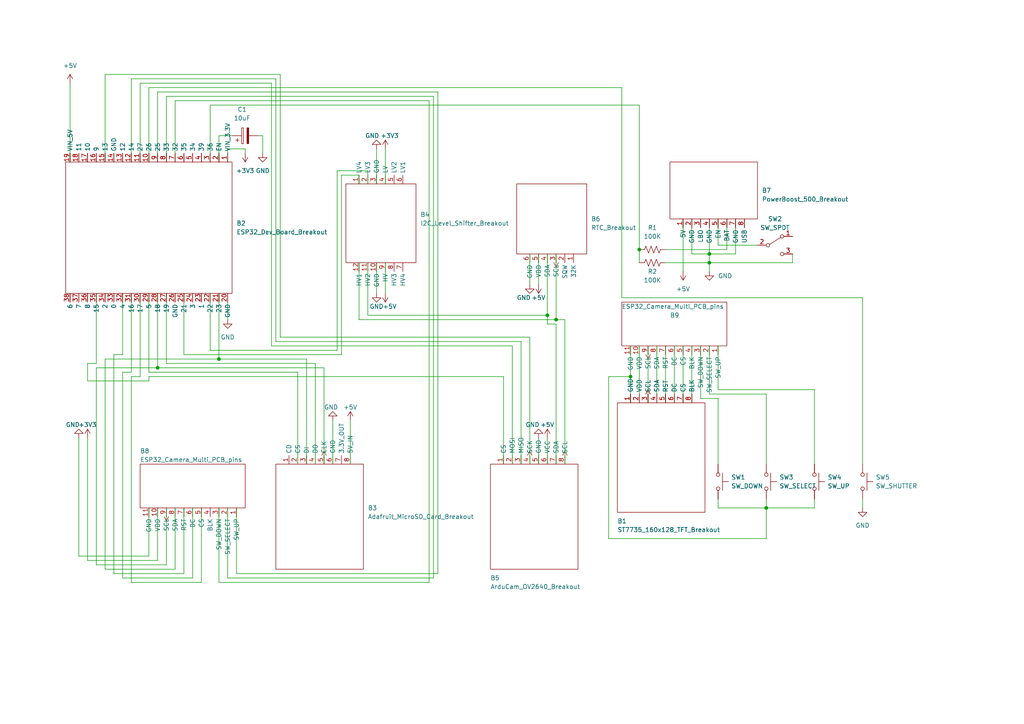
<source format=kicad_sch>
(kicad_sch (version 20211123) (generator eeschema)
  (paper "A4")
  (title_block (title "ESP32 Camera") (date "2023-01-31") (rev "Revision 1") (comment 1 "Using breakout modules"))
  (lib_symbols
    (symbol "Breakout board symbols:Adafruit_MicroSD_Card_Breakout"
      (property "Reference" "B" (at 0 0 0))
      (property "Value" "Adafruit_MicroSD_Card_Breakout" (at 0 -2.54 0))
      (symbol "Adafruit_MicroSD_Card_Breakout_0_1"
        (rectangle (start -12.7 15.24) (end 12.7 -15.24))
      )
      (symbol "Adafruit_MicroSD_Card_Breakout_1_1"
        (pin input line (at -8.89 15.24 90) (length 2.54) (name "CD") (number "1"))
        (pin input line (at -6.35 15.24 90) (length 2.54) (name "CS") (number "2"))
        (pin tri_state line (at -3.81 15.24 90) (length 2.54) (name "DI") (number "3"))
        (pin tri_state line (at -1.27 15.24 90) (length 2.54) (name "DO") (number "4"))
        (pin input clock (at 1.27 15.24 90) (length 2.54) (name "CLK") (number "5"))
        (pin power_in line (at 3.81 15.24 90) (length 2.54) (name "GND") (number "6"))
        (pin power_out line (at 6.35 15.24 90) (length 2.54) (name "3.3V_OUT") (number "7"))
        (pin power_in line (at 8.89 15.24 90) (length 2.54) (name "5V_IN") (number "8"))
      )
    )
    (symbol "Breakout board symbols:ArduCam_OV2640_Breakout"
      (property "Reference" "B" (at 0 0 0))
      (property "Value" "ArduCam_OV2640_Breakout" (at 0 -2.54 0))
      (symbol "ArduCam_OV2640_Breakout_0_1"
        (rectangle (start -12.7 15.24) (end 12.7 -15.24))
      )
      (symbol "ArduCam_OV2640_Breakout_1_1"
        (pin input line (at -8.89 15.24 90) (length 2.54) (name "CS") (number "1"))
        (pin input line (at -6.35 15.24 90) (length 2.54) (name "MOSI") (number "2"))
        (pin output line (at -3.81 15.24 90) (length 2.54) (name "MISO") (number "3"))
        (pin input clock (at -1.27 15.24 90) (length 2.54) (name "SCK") (number "4"))
        (pin power_in line (at 1.27 15.24 90) (length 2.54) (name "GND") (number "5"))
        (pin power_in line (at 3.81 15.24 90) (length 2.54) (name "VCC") (number "6"))
        (pin bidirectional line (at 6.35 15.24 90) (length 2.54) (name "SDA") (number "7"))
        (pin bidirectional clock (at 8.89 15.24 90) (length 2.54) (name "SCL") (number "8"))
      )
    )
    (symbol "Breakout board symbols:ESP32_Camera_Multi_PCB_pins"
      (property "Reference" "B?" (at 1.27 -2.54 0))
      (property "Value" "ESP32_Camera_Multi_PCB_pins" (at 15.24 -5.08 0))
      (symbol "ESP32_Camera_Multi_PCB_pins_0_1"
        (rectangle (start -15.24 6.35) (end 15.24 -6.35))
      )
      (symbol "ESP32_Camera_Multi_PCB_pins_1_1"
        (pin bidirectional line (at -12.7 6.35 90) (length 2.54) (name "SW_UP") (number "1"))
        (pin power_in line (at 10.16 6.35 90) (length 2.54) (name "VDD") (number "10"))
        (pin power_in line (at 12.7 6.35 90) (length 2.54) (name "GND") (number "11"))
        (pin bidirectional line (at -10.16 6.35 90) (length 2.54) (name "SW_SELECT") (number "2"))
        (pin bidirectional line (at -7.62 6.35 90) (length 2.54) (name "SW_DOWN") (number "3"))
        (pin input line (at -5.08 6.35 90) (length 2.54) (name "BLK") (number "4"))
        (pin input line (at -2.54 6.35 90) (length 2.54) (name "CS") (number "5"))
        (pin input line (at 0 6.35 90) (length 2.54) (name "DC") (number "6"))
        (pin input line (at 2.54 6.35 90) (length 2.54) (name "RST") (number "7"))
        (pin tri_state line (at 5.08 6.35 90) (length 2.54) (name "SDA") (number "8"))
        (pin input clock (at 7.62 6.35 90) (length 2.54) (name "SCL") (number "9"))
      )
    )
    (symbol "Breakout board symbols:ESP32_Dev_Board_Breakout"
      (property "Reference" "B" (at 0 12.7 0))
      (property "Value" "ESP32_Dev_Board_Breakout" (at 0 10.16 0))
      (symbol "ESP32_Dev_Board_Breakout_0_1"
        (rectangle (start -19.05 24.13) (end 19.05 -24.13))
        (rectangle (start 19.05 0) (end 19.05 0))
      )
      (symbol "ESP32_Dev_Board_Breakout_1_1"
        (pin power_in line (at -19.05 22.86 180) (length 2.54) (name "VIN_3.3V") (number "1"))
        (pin bidirectional line (at -19.05 0 180) (length 2.54) (name "26") (number "10"))
        (pin bidirectional line (at -19.05 -2.54 180) (length 2.54) (name "27") (number "11"))
        (pin bidirectional line (at -19.05 -5.08 180) (length 2.54) (name "14") (number "12"))
        (pin bidirectional line (at -19.05 -7.62 180) (length 2.54) (name "12") (number "13"))
        (pin power_in line (at -19.05 -10.16 180) (length 2.54) (name "GND") (number "14"))
        (pin bidirectional line (at -19.05 -12.7 180) (length 2.54) (name "13") (number "15"))
        (pin output line (at -19.05 -15.24 180) (length 2.54) (name "9") (number "16"))
        (pin output line (at -19.05 -17.78 180) (length 2.54) (name "10") (number "17"))
        (pin output line (at -19.05 -20.32 180) (length 2.54) (name "11") (number "18"))
        (pin power_in line (at -19.05 -22.86 180) (length 2.54) (name "VIN_5V") (number "19"))
        (pin bidirectional line (at -19.05 20.32 180) (length 2.54) (name "EN") (number "2"))
        (pin power_in line (at 19.05 22.86 0) (length 2.54) (name "GND") (number "20"))
        (pin bidirectional line (at 19.05 20.32 0) (length 2.54) (name "23") (number "21"))
        (pin bidirectional line (at 19.05 17.78 0) (length 2.54) (name "22") (number "22"))
        (pin bidirectional line (at 19.05 15.24 0) (length 2.54) (name "1") (number "23"))
        (pin bidirectional line (at 19.05 12.7 0) (length 2.54) (name "3") (number "24"))
        (pin bidirectional line (at 19.05 10.16 0) (length 2.54) (name "21") (number "25"))
        (pin power_in line (at 19.05 7.62 0) (length 2.54) (name "GND") (number "26"))
        (pin bidirectional line (at 19.05 5.08 0) (length 2.54) (name "19") (number "27"))
        (pin bidirectional line (at 19.05 2.54 0) (length 2.54) (name "18") (number "28"))
        (pin bidirectional line (at 19.05 0 0) (length 2.54) (name "5") (number "29"))
        (pin bidirectional line (at -19.05 17.78 180) (length 2.54) (name "36") (number "3"))
        (pin bidirectional line (at 19.05 -2.54 0) (length 2.54) (name "17") (number "30"))
        (pin bidirectional line (at 19.05 -5.08 0) (length 2.54) (name "16") (number "31"))
        (pin bidirectional line (at 19.05 -7.62 0) (length 2.54) (name "4") (number "32"))
        (pin bidirectional line (at 19.05 -10.16 0) (length 2.54) (name "0") (number "33"))
        (pin bidirectional line (at 19.05 -12.7 0) (length 2.54) (name "2") (number "34"))
        (pin bidirectional line (at 19.05 -15.24 0) (length 2.54) (name "15") (number "35"))
        (pin output line (at 19.05 -17.78 0) (length 2.54) (name "8") (number "36"))
        (pin output line (at 19.05 -20.32 0) (length 2.54) (name "7") (number "37"))
        (pin output line (at 19.05 -22.86 0) (length 2.54) (name "6") (number "38"))
        (pin bidirectional line (at -19.05 15.24 180) (length 2.54) (name "39") (number "4"))
        (pin bidirectional line (at -19.05 12.7 180) (length 2.54) (name "34") (number "5"))
        (pin bidirectional line (at -19.05 10.16 180) (length 2.54) (name "35") (number "6"))
        (pin bidirectional line (at -19.05 7.62 180) (length 2.54) (name "32") (number "7"))
        (pin bidirectional line (at -19.05 5.08 180) (length 2.54) (name "33") (number "8"))
        (pin bidirectional line (at -19.05 2.54 180) (length 2.54) (name "25") (number "9"))
      )
    )
    (symbol "Breakout board symbols:I2C_Level_Shifter_Breakout"
      (property "Reference" "B4" (at 11.43 3.8101 0))
      (property "Value" "I2C_Level_Shifter_Breakout" (at 11.43 1.2701 0))
      (symbol "I2C_Level_Shifter_Breakout_0_1"
        (rectangle (start -10.16 12.7) (end 10.16 -10.16))
      )
      (symbol "I2C_Level_Shifter_Breakout_1_1"
        (pin bidirectional line (at -6.35 12.7 90) (length 2.54) (name "LV4") (number "1"))
        (pin power_in line (at -1.27 -10.16 270) (length 2.54) (name "GND") (number "10"))
        (pin bidirectional line (at -3.81 -10.16 270) (length 2.54) (name "HV2") (number "11"))
        (pin bidirectional line (at -6.35 -10.16 270) (length 2.54) (name "HV1") (number "12"))
        (pin bidirectional line (at -3.81 12.7 90) (length 2.54) (name "LV3") (number "2"))
        (pin power_in line (at -1.27 12.7 90) (length 2.54) (name "GND") (number "3"))
        (pin power_in line (at 1.27 12.7 90) (length 2.54) (name "LV") (number "4"))
        (pin bidirectional line (at 3.81 12.7 90) (length 2.54) (name "LV2") (number "5"))
        (pin bidirectional line (at 6.35 12.7 90) (length 2.54) (name "LV1") (number "6"))
        (pin bidirectional line (at 6.35 -10.16 270) (length 2.54) (name "HV4") (number "7"))
        (pin bidirectional line (at 3.81 -10.16 270) (length 2.54) (name "HV3") (number "8"))
        (pin power_in line (at 1.27 -10.16 270) (length 2.54) (name "HV") (number "9"))
      )
    )
    (symbol "Breakout board symbols:PowerBoost_500_Breakout"
      (property "Reference" "B" (at 0 7.62 0))
      (property "Value" "PowerBoost_500_Breakout" (at 0 5.08 0))
      (symbol "PowerBoost_500_Breakout_0_1"
        (rectangle (start -12.7 8.89) (end 12.7 -7.62))
      )
      (symbol "PowerBoost_500_Breakout_1_1"
        (pin power_out line (at -8.89 -7.62 270) (length 2.54) (name "5V") (number "1"))
        (pin power_out line (at -6.35 -7.62 270) (length 2.54) (name "GND") (number "2"))
        (pin output line (at -3.81 -7.62 270) (length 2.54) (name "LBO") (number "3"))
        (pin power_out line (at -1.27 -7.62 270) (length 2.54) (name "GND") (number "4"))
        (pin input line (at 1.27 -7.62 270) (length 2.54) (name "EN") (number "5"))
        (pin power_out line (at 3.81 -7.62 270) (length 2.54) (name "BAT") (number "6"))
        (pin power_out line (at 6.35 -7.62 270) (length 2.54) (name "GND") (number "7"))
        (pin power_out line (at 8.89 -7.62 270) (length 2.54) (name "USB") (number "8"))
      )
    )
    (symbol "Breakout board symbols:RTC_Breakout"
      (property "Reference" "B" (at 0 -1.27 0))
      (property "Value" "RTC_Breakout" (at 0 -3.81 0))
      (symbol "RTC_Breakout_0_1"
        (rectangle (start -10.16 10.16) (end 10.16 -10.16))
      )
      (symbol "RTC_Breakout_1_1"
        (pin output line (at -6.35 10.16 90) (length 2.54) (name "32K") (number "1"))
        (pin output line (at -3.81 10.16 90) (length 2.54) (name "SQW") (number "2"))
        (pin bidirectional clock (at -1.27 10.16 90) (length 2.54) (name "SCL") (number "3"))
        (pin bidirectional line (at 1.27 10.16 90) (length 2.54) (name "SDA") (number "4"))
        (pin power_in line (at 3.81 10.16 90) (length 2.54) (name "VDD") (number "5"))
        (pin power_in line (at 6.35 10.16 90) (length 2.54) (name "GND") (number "6"))
      )
    )
    (symbol "Breakout board symbols:ST7735_160x128_TFT_Breakout"
      (property "Reference" "B" (at 0 7.62 0))
      (property "Value" "ST7735_160x128_TFT_Breakout" (at 0 5.08 0))
      (symbol "ST7735_160x128_TFT_Breakout_0_1"
        (rectangle (start -12.7 17.78) (end 12.7 -13.97))
      )
      (symbol "ST7735_160x128_TFT_Breakout_1_1"
        (pin power_in line (at -8.89 17.78 90) (length 2.54) (name "GND") (number "1"))
        (pin power_in line (at -6.35 17.78 90) (length 2.54) (name "VDD") (number "2"))
        (pin input clock (at -3.81 17.78 90) (length 2.54) (name "SCL") (number "3"))
        (pin tri_state line (at -1.27 17.78 90) (length 2.54) (name "SDA") (number "4"))
        (pin input line (at 1.27 17.78 90) (length 2.54) (name "RST") (number "5"))
        (pin input line (at 3.81 17.78 90) (length 2.54) (name "DC") (number "6"))
        (pin input line (at 6.35 17.78 90) (length 2.54) (name "CS") (number "7"))
        (pin input line (at 8.89 17.78 90) (length 2.54) (name "BLK") (number "8"))
      )
    )
    (symbol "Device:C_Polarized" (pin_numbers hide) (pin_names (offset 0.254))
      (property "Reference" "C" (at 0.635 2.54 0))
      (property "Value" "C_Polarized" (at 0.635 -2.54 0))
      (symbol "C_Polarized_0_1"
        (rectangle (start -2.286 0.508) (end 2.286 1.016))
        (polyline (pts (xy -1.778 2.286) (xy -0.762 2.286)))
        (polyline (pts (xy -1.27 2.794) (xy -1.27 1.778)))
        (rectangle (start 2.286 -0.508) (end -2.286 -1.016) (fill (type outline)))
      )
      (symbol "C_Polarized_1_1"
        (pin passive line (at 0 3.81 270) (length 2.794) (name "~") (number "1"))
        (pin passive line (at 0 -3.81 90) (length 2.794) (name "~") (number "2"))
      )
    )
    (symbol "Device:R_US" (pin_numbers hide) (pin_names (offset 0))
      (property "Reference" "R" (at 2.54 0 90))
      (property "Value" "R_US" (at -2.54 0 90))
      (symbol "R_US_0_1"
        (polyline (pts (xy 0 -2.286) (xy 0 -2.54)))
        (polyline (pts (xy 0 2.286) (xy 0 2.54)))
        (polyline (pts (xy 0 -0.762) (xy 1.016 -1.143) (xy 0 -1.524) (xy -1.016 -1.905) (xy 0 -2.286)))
        (polyline (pts (xy 0 0.762) (xy 1.016 0.381) (xy 0 0) (xy -1.016 -0.381) (xy 0 -0.762)))
        (polyline (pts (xy 0 2.286) (xy 1.016 1.905) (xy 0 1.524) (xy -1.016 1.143) (xy 0 0.762)))
      )
      (symbol "R_US_1_1"
        (pin passive line (at 0 3.81 270) (length 1.27) (name "~") (number "1"))
        (pin passive line (at 0 -3.81 90) (length 1.27) (name "~") (number "2"))
      )
    )
    (symbol "Switch:SW_Push" (pin_numbers hide) (pin_names (offset 1.016) hide)
      (property "Reference" "SW" (at 1.27 2.54 0))
      (property "Value" "SW_Push" (at 0 -1.524 0))
      (symbol "SW_Push_0_1"
        (circle (center -2.032 0) (radius 0.508))
        (polyline (pts (xy 0 1.27) (xy 0 3.048)))
        (polyline (pts (xy 2.54 1.27) (xy -2.54 1.27)))
        (circle (center 2.032 0) (radius 0.508))
        (pin passive line (at -5.08 0 0) (length 2.54) (name "1") (number "1"))
        (pin passive line (at 5.08 0 180) (length 2.54) (name "2") (number "2"))
      )
    )
    (symbol "Switch:SW_SPDT" (pin_names (offset 0) hide)
      (property "Reference" "SW" (at 0 4.318 0))
      (property "Value" "SW_SPDT" (at 0 -5.08 0))
      (symbol "SW_SPDT_0_0"
        (circle (center -2.032 0) (radius 0.508))
        (circle (center 2.032 -2.54) (radius 0.508))
      )
      (symbol "SW_SPDT_0_1"
        (polyline (pts (xy -1.524 0.254) (xy 1.651 2.286)))
        (circle (center 2.032 2.54) (radius 0.508))
      )
      (symbol "SW_SPDT_1_1"
        (pin passive line (at 5.08 2.54 180) (length 2.54) (name "A") (number "1"))
        (pin passive line (at -5.08 0 0) (length 2.54) (name "B") (number "2"))
        (pin passive line (at 5.08 -2.54 180) (length 2.54) (name "C") (number "3"))
      )
    )
    (symbol "power:+3V3" (power) (pin_names (offset 0))
      (property "Value" "+3V3" (at 0 3.556 0))
      (symbol "+3V3_0_1"
        (polyline (pts (xy -0.762 1.27) (xy 0 2.54)))
        (polyline (pts (xy 0 0) (xy 0 2.54)))
        (polyline (pts (xy 0 2.54) (xy 0.762 1.27)))
      )
      (symbol "+3V3_1_1"
        (pin power_in line (at 0 0 90) (length 0) hide (name "+3V3") (number "1"))
      )
    )
    (symbol "power:+5V" (power) (pin_names (offset 0))
      (property "Value" "+5V" (at 0 3.556 0))
      (symbol "+5V_0_1"
        (polyline (pts (xy -0.762 1.27) (xy 0 2.54)))
        (polyline (pts (xy 0 0) (xy 0 2.54)))
        (polyline (pts (xy 0 2.54) (xy 0.762 1.27)))
      )
      (symbol "+5V_1_1"
        (pin power_in line (at 0 0 90) (length 0) hide (name "+5V") (number "1"))
      )
    )
    (symbol "power:GND" (power) (pin_names (offset 0))
      (property "Value" "GND" (at 0 -3.81 0))
      (symbol "GND_0_1"
        (polyline (pts (xy 0 0) (xy 0 -1.27) (xy 1.27 -1.27) (xy 0 -2.54) (xy -1.27 -1.27) (xy 0 -1.27)))
      )
      (symbol "GND_1_1"
        (pin power_in line (at 0 0 270) (length 0) hide (name "GND") (number "1"))
      )
    )
  )
  (junction (at 182.88 109.22))
  (junction (at 205.74 76.2))
  (junction (at 63.5 104.14))
  (junction (at 222.25 147.32))
  (junction (at 185.42 72.39))
  (junction (at 158.75 91.44))
  (junction (at 205.74 73.66))
  (junction (at 161.29 92.71))
  (junction (at 45.72 106.68))
  (wire (pts (xy 158.75 73.66) (xy 158.75 91.44)))
  (wire (pts (xy 60.96 30.48) (xy 60.96 46.99)))
  (wire (pts (xy 205.74 63.5) (xy 205.74 73.66)))
  (wire (pts (xy 74.93 39.37) (xy 76.2 39.37)))
  (wire (pts (xy 182.88 116.84) (xy 182.88 109.22)))
  (wire (pts (xy 208.28 147.32) (xy 222.25 147.32)))
  (wire (pts (xy 68.58 166.37) (xy 68.58 147.32)))
  (wire (pts (xy 50.8 147.32) (xy 50.8 165.1)))
  (wire (pts (xy 193.04 116.84) (xy 193.04 100.33)))
  (wire (pts (xy 200.66 116.84) (xy 200.66 100.33)))
  (wire (pts (xy 25.4 127) (xy 25.4 162.56)))
  (wire (pts (xy 208.28 134.62) (xy 208.28 115.57)))
  (wire (pts (xy 88.9 104.14) (xy 63.5 104.14)))
  (wire (pts (xy 22.86 127) (xy 22.86 161.29)))
  (wire (pts (xy 163.83 92.71) (xy 161.29 92.71)))
  (wire (pts (xy 185.42 116.84) (xy 185.42 100.33)))
  (wire (pts (xy 146.05 109.22) (xy 43.18 109.22)))
  (wire (pts (xy 99.06 50.8) (xy 99.06 102.87)))
  (wire (pts (xy 176.53 109.22) (xy 182.88 109.22)))
  (wire (pts (xy 35.56 102.87) (xy 35.56 85.09)))
  (wire (pts (xy 33.02 166.37) (xy 53.34 166.37)))
  (wire (pts (xy 229.87 76.2) (xy 205.74 76.2)))
  (wire (pts (xy 158.75 91.44) (xy 106.68 91.44)))
  (wire (pts (xy 66.04 167.64) (xy 66.04 147.32)))
  (wire (pts (xy 43.18 25.4) (xy 180.34 25.4)))
  (wire (pts (xy 63.5 46.99) (xy 63.5 39.37)))
  (wire (pts (xy 208.28 144.78) (xy 208.28 147.32)))
  (wire (pts (xy 109.22 76.2) (xy 109.22 85.09)))
  (wire (pts (xy 222.25 147.32) (xy 222.25 156.21)))
  (wire (pts (xy 125.73 27.94) (xy 48.26 27.94)))
  (wire (pts (xy 176.53 156.21) (xy 176.53 109.22)))
  (wire (pts (xy 158.75 93.98) (xy 158.75 91.44)))
  (wire (pts (xy 93.98 106.68) (xy 93.98 134.62)))
  (wire (pts (xy 208.28 115.57) (xy 203.2 115.57)))
  (wire (pts (xy 200.66 66.04) (xy 200.66 73.66)))
  (wire (pts (xy 156.21 127) (xy 156.21 134.62)))
  (wire (pts (xy 250.19 134.62) (xy 250.19 86.36)))
  (wire (pts (xy 43.18 85.09) (xy 43.18 107.95)))
  (wire (pts (xy 104.14 53.34) (xy 104.14 50.8)))
  (wire (pts (xy 48.26 27.94) (xy 48.26 46.99)))
  (wire (pts (xy 236.22 144.78) (xy 236.22 147.32)))
  (wire (pts (xy 125.73 27.94) (xy 125.73 167.64)))
  (wire (pts (xy 104.14 92.71) (xy 104.14 76.2)))
  (wire (pts (xy 53.34 147.32) (xy 53.34 166.37)))
  (wire (pts (xy 33.02 102.87) (xy 33.02 166.37)))
  (wire (pts (xy 124.46 168.91) (xy 63.5 168.91)))
  (wire (pts (xy 43.18 107.95) (xy 86.36 107.95)))
  (wire (pts (xy 229.87 73.66) (xy 229.87 76.2)))
  (wire (pts (xy 25.4 110.49) (xy 25.4 105.41)))
  (wire (pts (xy 30.48 21.59) (xy 30.48 46.99)))
  (wire (pts (xy 158.75 127) (xy 158.75 134.62)))
  (wire (pts (xy 208.28 71.12) (xy 219.71 71.12)))
  (wire (pts (xy 63.5 104.14) (xy 63.5 85.09)))
  (wire (pts (xy 198.12 116.84) (xy 198.12 100.33)))
  (wire (pts (xy 55.88 147.32) (xy 55.88 167.64)))
  (wire (pts (xy 88.9 134.62) (xy 88.9 104.14)))
  (wire (pts (xy 222.25 156.21) (xy 176.53 156.21)))
  (wire (pts (xy 125.73 167.64) (xy 66.04 167.64)))
  (wire (pts (xy 35.56 107.95) (xy 35.56 167.64)))
  (wire (pts (xy 60.96 30.48) (xy 185.42 30.48)))
  (wire (pts (xy 97.79 49.53) (xy 97.79 101.6)))
  (wire (pts (xy 43.18 109.22) (xy 43.18 110.49)))
  (wire (pts (xy 163.83 134.62) (xy 163.83 92.71)))
  (wire (pts (xy 236.22 113.03) (xy 208.28 113.03)))
  (wire (pts (xy 106.68 91.44) (xy 106.68 76.2)))
  (wire (pts (xy 106.68 49.53) (xy 97.79 49.53)))
  (wire (pts (xy 203.2 115.57) (xy 203.2 100.33)))
  (wire (pts (xy 66.04 43.18) (xy 71.12 43.18)))
  (wire (pts (xy 200.66 73.66) (xy 205.74 73.66)))
  (wire (pts (xy 205.74 114.3) (xy 222.25 114.3)))
  (wire (pts (xy 71.12 43.18) (xy 71.12 44.45)))
  (wire (pts (xy 33.02 102.87) (xy 35.56 102.87)))
  (wire (pts (xy 185.42 72.39) (xy 185.42 30.48)))
  (wire (pts (xy 208.28 113.03) (xy 208.28 100.33)))
  (wire (pts (xy 187.96 116.84) (xy 187.96 100.33)))
  (wire (pts (xy 45.72 162.56) (xy 25.4 162.56)))
  (wire (pts (xy 38.1 107.95) (xy 38.1 85.09)))
  (wire (pts (xy 151.13 134.62) (xy 151.13 99.06)))
  (wire (pts (xy 124.46 29.21) (xy 124.46 168.91)))
  (wire (pts (xy 30.48 165.1) (xy 50.8 165.1)))
  (wire (pts (xy 205.74 73.66) (xy 213.36 73.66)))
  (wire (pts (xy 193.04 76.2) (xy 205.74 76.2)))
  (wire (pts (xy 43.18 110.49) (xy 25.4 110.49)))
  (wire (pts (xy 111.76 76.2) (xy 111.76 85.09)))
  (wire (pts (xy 27.94 106.68) (xy 27.94 163.83)))
  (wire (pts (xy 80.01 22.86) (xy 38.1 22.86)))
  (wire (pts (xy 153.67 134.62) (xy 153.67 97.79)))
  (wire (pts (xy 180.34 25.4) (xy 180.34 86.36)))
  (wire (pts (xy 148.59 134.62) (xy 148.59 100.33)))
  (wire (pts (xy 80.01 99.06) (xy 80.01 22.86)))
  (wire (pts (xy 101.6 121.92) (xy 101.6 134.62)))
  (wire (pts (xy 43.18 46.99) (xy 43.18 25.4)))
  (wire (pts (xy 205.74 73.66) (xy 205.74 76.2)))
  (wire (pts (xy 30.48 104.14) (xy 30.48 165.1)))
  (wire (pts (xy 161.29 92.71) (xy 104.14 92.71)))
  (wire (pts (xy 222.25 144.78) (xy 222.25 147.32)))
  (wire (pts (xy 210.82 72.39) (xy 193.04 72.39)))
  (wire (pts (xy 76.2 39.37) (xy 76.2 44.45)))
  (wire (pts (xy 27.94 85.09) (xy 27.94 105.41)))
  (wire (pts (xy 86.36 107.95) (xy 86.36 134.62)))
  (wire (pts (xy 91.44 105.41) (xy 48.26 105.41)))
  (wire (pts (xy 156.21 73.66) (xy 156.21 82.55)))
  (wire (pts (xy 104.14 50.8) (xy 99.06 50.8)))
  (wire (pts (xy 161.29 93.98) (xy 158.75 93.98)))
  (wire (pts (xy 66.04 87.63) (xy 66.04 92.71)))
  (wire (pts (xy 161.29 73.66) (xy 161.29 92.71)))
  (wire (pts (xy 27.94 106.68) (xy 45.72 106.68)))
  (wire (pts (xy 38.1 22.86) (xy 38.1 46.99)))
  (wire (pts (xy 81.28 21.59) (xy 30.48 21.59)))
  (wire (pts (xy 127 26.67) (xy 45.72 26.67)))
  (wire (pts (xy 27.94 163.83) (xy 48.26 163.83)))
  (wire (pts (xy 195.58 116.84) (xy 195.58 100.33)))
  (wire (pts (xy 63.5 39.37) (xy 67.31 39.37)))
  (wire (pts (xy 236.22 134.62) (xy 236.22 113.03)))
  (wire (pts (xy 185.42 72.39) (xy 185.42 76.2)))
  (wire (pts (xy 180.34 86.36) (xy 250.19 86.36)))
  (wire (pts (xy 97.79 101.6) (xy 60.96 101.6)))
  (wire (pts (xy 222.25 114.3) (xy 222.25 134.62)))
  (wire (pts (xy 161.29 134.62) (xy 161.29 93.98)))
  (wire (pts (xy 20.32 24.13) (xy 20.32 46.99)))
  (wire (pts (xy 222.25 147.32) (xy 236.22 147.32)))
  (wire (pts (xy 213.36 63.5) (xy 213.36 73.66)))
  (wire (pts (xy 48.26 147.32) (xy 48.26 163.83)))
  (wire (pts (xy 91.44 134.62) (xy 91.44 105.41)))
  (wire (pts (xy 153.67 97.79) (xy 81.28 97.79)))
  (wire (pts (xy 35.56 167.64) (xy 55.88 167.64)))
  (wire (pts (xy 190.5 116.84) (xy 190.5 100.33)))
  (wire (pts (xy 38.1 109.22) (xy 38.1 168.91)))
  (wire (pts (xy 182.88 109.22) (xy 182.88 100.33)))
  (wire (pts (xy 198.12 63.5) (xy 198.12 78.74)))
  (wire (pts (xy 99.06 102.87) (xy 53.34 102.87)))
  (wire (pts (xy 205.74 100.33) (xy 205.74 114.3)))
  (wire (pts (xy 78.74 24.13) (xy 40.64 24.13)))
  (wire (pts (xy 109.22 53.34) (xy 109.22 43.18)))
  (wire (pts (xy 153.67 73.66) (xy 153.67 82.55)))
  (wire (pts (xy 53.34 102.87) (xy 53.34 85.09)))
  (wire (pts (xy 43.18 161.29) (xy 22.86 161.29)))
  (wire (pts (xy 50.8 46.99) (xy 50.8 29.21)))
  (wire (pts (xy 50.8 29.21) (xy 124.46 29.21)))
  (wire (pts (xy 127 26.67) (xy 127 166.37)))
  (wire (pts (xy 60.96 101.6) (xy 60.96 85.09)))
  (wire (pts (xy 146.05 109.22) (xy 146.05 134.62)))
  (wire (pts (xy 111.76 53.34) (xy 111.76 43.18)))
  (wire (pts (xy 40.64 109.22) (xy 38.1 109.22)))
  (wire (pts (xy 48.26 105.41) (xy 48.26 85.09)))
  (wire (pts (xy 40.64 24.13) (xy 40.64 46.99)))
  (wire (pts (xy 81.28 97.79) (xy 81.28 21.59)))
  (wire (pts (xy 148.59 100.33) (xy 78.74 100.33)))
  (wire (pts (xy 45.72 147.32) (xy 45.72 162.56)))
  (wire (pts (xy 151.13 99.06) (xy 80.01 99.06)))
  (wire (pts (xy 63.5 168.91) (xy 63.5 147.32)))
  (wire (pts (xy 250.19 144.78) (xy 250.19 147.32)))
  (wire (pts (xy 45.72 26.67) (xy 45.72 46.99)))
  (wire (pts (xy 66.04 46.99) (xy 66.04 43.18)))
  (wire (pts (xy 96.52 121.92) (xy 96.52 134.62)))
  (wire (pts (xy 25.4 105.41) (xy 27.94 105.41)))
  (wire (pts (xy 45.72 106.68) (xy 93.98 106.68)))
  (wire (pts (xy 208.28 63.5) (xy 208.28 71.12)))
  (wire (pts (xy 35.56 107.95) (xy 38.1 107.95)))
  (wire (pts (xy 30.48 104.14) (xy 63.5 104.14)))
  (wire (pts (xy 78.74 100.33) (xy 78.74 24.13)))
  (wire (pts (xy 45.72 106.68) (xy 45.72 85.09)))
  (wire (pts (xy 205.74 76.2) (xy 205.74 78.74)))
  (wire (pts (xy 40.64 85.09) (xy 40.64 109.22)))
  (wire (pts (xy 127 166.37) (xy 68.58 166.37)))
  (wire (pts (xy 43.18 161.29) (xy 43.18 147.32)))
  (wire (pts (xy 58.42 147.32) (xy 58.42 168.91)))
  (wire (pts (xy 38.1 168.91) (xy 58.42 168.91)))
  (wire (pts (xy 106.68 53.34) (xy 106.68 49.53)))
  (wire (pts (xy 210.82 63.5) (xy 210.82 72.39)))
  (symbol (lib_id "Switch:SW_Push") (at 222.25 139.7 270) (unit 1)
    (property "Reference" "SW3" (at 226.06 138.4299 90) (effects (justify left)))
    (property "Value" "SW_SELECT" (at 226.06 140.9699 90) (effects (justify left)))
    (property "Footprint" "Button_Switch_THT:SW_PUSH-12mm" (effects hide))
  )
  (symbol (lib_id "power:GND") (at 109.22 85.09 0) (unit 1)
    (property "Reference" "#PWR03" (effects hide))
    (property "Value" "GND" (at 109.22 88.9 0))
  )
  (symbol (lib_id "Breakout board symbols:ESP32_Camera_Multi_PCB_pins") (at 195.58 93.98 180) (unit 1)
    (property "Reference" "B9" (at 194.31 91.44 0) (effects (justify right)))
    (property "Value" "ESP32_Camera_Multi_PCB_pins" (at 180.34 88.9 0) (effects (justify right)))
    (property "Footprint" "footprints:ESP32_Camera_Multi_PCB_pins" (effects hide))
  )
  (symbol (lib_id "power:GND") (at 96.52 121.92 180) (unit 1)
    (property "Reference" "#PWR05" (effects hide))
    (property "Value" "GND" (at 93.98 118.11 0) (effects (justify right)))
  )
  (symbol (lib_id "Switch:SW_Push") (at 208.28 139.7 270) (unit 1)
    (property "Reference" "SW1" (at 212.09 138.4299 90) (effects (justify left)))
    (property "Value" "SW_DOWN" (at 212.09 140.9699 90) (effects (justify left)))
    (property "Footprint" "Button_Switch_THT:SW_PUSH-12mm" (effects hide))
  )
  (symbol (lib_id "Breakout board symbols:ArduCam_OV2640_Breakout") (at 154.94 149.86 0) (unit 1)
    (property "Reference" "B5" (at 142.24 167.64 0) (effects (justify left)))
    (property "Value" "ArduCam_OV2640_Breakout" (at 142.24 170.18 0) (effects (justify left)))
    (property "Footprint" "footprints:ArduCam_OV2640_Breakout" (effects hide))
  )
  (symbol (lib_id "power:GND") (at 109.22 43.18 180) (unit 1)
    (property "Reference" "#PWR0103" (effects hide))
    (property "Value" "GND" (at 107.95 39.37 0))
  )
  (symbol (lib_id "power:+5V") (at 158.75 127 0) (unit 1)
    (property "Reference" "#PWR0104" (effects hide))
    (property "Value" "+5V" (at 158.75 123.19 0))
  )
  (symbol (lib_id "Switch:SW_Push") (at 250.19 139.7 270) (unit 1)
    (property "Reference" "SW5" (at 254 138.4299 90) (effects (justify left)))
    (property "Value" "SW_SHUTTER" (at 254 140.9699 90) (effects (justify left)))
    (property "Footprint" "Button_Switch_THT:SW_PUSH-12mm" (effects hide))
  )
  (symbol (lib_id "Breakout board symbols:PowerBoost_500_Breakout") (at 207.01 55.88 0) (unit 1)
    (property "Reference" "B7" (at 220.98 55.2449 0) (effects (justify left)))
    (property "Value" "PowerBoost_500_Breakout" (at 220.98 57.7849 0) (effects (justify left)))
    (property "Footprint" "footprints:Adafruit_PowerBoost_500_Breakout" (effects hide))
  )
  (symbol (lib_id "power:+5V") (at 20.32 24.13 0) (unit 1)
    (property "Reference" "#PWR0108" (effects hide))
    (property "Value" "+5V" (at 20.32 19.05 0))
  )
  (symbol (lib_id "power:+3V3") (at 25.4 127 0) (unit 1)
    (property "Reference" "#PWR0111" (effects hide))
    (property "Value" "+3V3" (at 25.4 123.19 0))
  )
  (symbol (lib_id "power:+5V") (at 101.6 121.92 0) (unit 1)
    (property "Reference" "#PWR0109" (effects hide))
    (property "Value" "+5V" (at 101.6 118.11 0))
  )
  (symbol (lib_id "power:+5V") (at 111.76 85.09 180) (unit 1)
    (property "Reference" "#PWR0110" (effects hide))
    (property "Value" "+5V" (at 113.03 88.9 0))
  )
  (symbol (lib_id "power:GND") (at 205.74 78.74 0) (unit 1)
    (property "Reference" "#PWR08" (effects hide))
    (property "Value" "GND" (at 208.28 80.0099 0) (effects (justify left)))
  )
  (symbol (lib_id "power:+3V3") (at 111.76 43.18 0) (unit 1)
    (property "Reference" "#PWR0102" (effects hide))
    (property "Value" "+3V3" (at 113.03 39.37 0))
  )
  (symbol (lib_id "power:GND") (at 22.86 127 180) (unit 1)
    (property "Reference" "#PWR04" (effects hide))
    (property "Value" "GND" (at 19.05 123.19 0) (effects (justify right)))
  )
  (symbol (lib_id "Breakout board symbols:I2C_Level_Shifter_Breakout") (at 110.49 66.04 0) (unit 1)
    (property "Reference" "B4" (at 121.92 62.2299 0) (effects (justify left)))
    (property "Value" "I2C_Level_Shifter_Breakout" (at 121.92 64.7699 0) (effects (justify left)))
    (property "Footprint" "footprints:I2C_Level_Shifter_Breakout" (effects hide))
  )
  (symbol (lib_id "Breakout board symbols:ESP32_Dev_Board_Breakout") (at 43.18 66.04 270) (unit 1)
    (property "Reference" "B2" (at 68.58 64.7699 90) (effects (justify left)))
    (property "Value" "ESP32_Dev_Board_Breakout" (at 68.58 67.3099 90) (effects (justify left)))
    (property "Footprint" "footprints:ESP32_Dev_Board_Breakout" (effects hide))
  )
  (symbol (lib_id "Breakout board symbols:ST7735_160x128_TFT_Breakout") (at 191.77 134.62 0) (unit 1)
    (property "Reference" "B1" (at 179.07 151.13 0) (effects (justify left)))
    (property "Value" "ST7735_160x128_TFT_Breakout" (at 179.07 153.67 0) (effects (justify left)))
    (property "Footprint" "footprints:ST7735_160x128_TFT_Breakout" (effects hide))
  )
  (symbol (lib_id "Breakout board symbols:RTC_Breakout") (at 160.02 63.5 180) (unit 1)
    (property "Reference" "B6" (at 171.45 63.4999 0) (effects (justify right)))
    (property "Value" "RTC_Breakout" (at 171.45 66.0399 0) (effects (justify right)))
    (property "Footprint" "footprints:RTC_Breakout" (effects hide))
  )
  (symbol (lib_id "Switch:SW_Push") (at 236.22 139.7 270) (unit 1)
    (property "Reference" "SW4" (at 240.03 138.4299 90) (effects (justify left)))
    (property "Value" "SW_UP" (at 240.03 140.9699 90) (effects (justify left)))
    (property "Footprint" "Button_Switch_THT:SW_PUSH-12mm" (effects hide))
  )
  (symbol (lib_id "power:+5V") (at 198.12 78.74 180) (unit 1)
    (property "Reference" "#PWR0105" (effects hide))
    (property "Value" "+5V" (at 198.12 83.82 0))
  )
  (symbol (lib_id "Device:C_Polarized") (at 71.12 39.37 90) (unit 1)
    (property "Reference" "C1" (at 70.231 31.75 90))
    (property "Value" "10uF" (at 70.231 34.29 90))
    (property "Footprint" "Capacitor_THT:CP_Radial_D5.0mm_P2.50mm" (effects hide))
  )
  (symbol (lib_id "Breakout board symbols:ESP32_Camera_Multi_PCB_pins") (at 55.88 140.97 180) (unit 1)
    (property "Reference" "B8" (at 40.64 130.81 0) (effects (justify right)))
    (property "Value" "ESP32_Camera_Multi_PCB_pins" (at 40.64 133.35 0) (effects (justify right)))
    (property "Footprint" "footprints:ESP32_Camera_Multi_PCB_pins" (effects hide))
  )
  (symbol (lib_id "power:GND") (at 153.67 82.55 0) (unit 1)
    (property "Reference" "#PWR06" (effects hide))
    (property "Value" "GND" (at 149.86 86.36 0) (effects (justify left)))
  )
  (symbol (lib_id "power:GND") (at 76.2 44.45 0) (unit 1)
    (property "Reference" "#PWR0107" (effects hide))
    (property "Value" "GND" (at 76.2 49.53 0))
  )
  (symbol (lib_id "power:GND") (at 66.04 92.71 0) (unit 1)
    (property "Reference" "#PWR01" (effects hide))
    (property "Value" "GND" (at 66.04 97.79 0))
  )
  (symbol (lib_id "power:+3V3") (at 71.12 44.45 180) (unit 1)
    (property "Reference" "#PWR0106" (effects hide))
    (property "Value" "+3V3" (at 71.12 49.53 0))
  )
  (symbol (lib_id "Device:R_US") (at 189.23 72.39 90) (unit 1)
    (property "Reference" "R1" (at 189.23 66.04 90))
    (property "Value" "100K" (at 189.23 68.58 90))
    (property "Footprint" "Resistor_THT:R_Axial_DIN0207_L6.3mm_D2.5mm_P10.16mm_Horizontal" (effects hide))
  )
  (symbol (lib_id "power:GND") (at 250.19 147.32 0) (unit 1)
    (property "Reference" "#PWR0112" (effects hide))
    (property "Value" "GND" (at 250.19 152.4 0))
  )
  (symbol (lib_id "power:+5V") (at 156.21 82.55 180) (unit 1)
    (property "Reference" "#PWR0101" (effects hide))
    (property "Value" "+5V" (at 156.21 86.36 0))
  )
  (symbol (lib_id "power:GND") (at 156.21 127 180) (unit 1)
    (property "Reference" "#PWR07" (effects hide))
    (property "Value" "GND" (at 152.4 123.19 0) (effects (justify right)))
  )
  (symbol (lib_id "Device:R_US") (at 189.23 76.2 270) (unit 1)
    (property "Reference" "R2" (at 189.23 78.74 90))
    (property "Value" "100K" (at 189.23 81.28 90))
    (property "Footprint" "Resistor_THT:R_Axial_DIN0207_L6.3mm_D2.5mm_P10.16mm_Horizontal" (effects hide))
  )
  (symbol (lib_id "Switch:SW_SPDT") (at 224.79 71.12 0) (unit 1)
    (property "Reference" "SW2" (at 224.79 63.5 0))
    (property "Value" "SW_SPDT" (at 224.79 66.04 0))
    (property "Footprint" "Button_Switch_THT:SW_Slide_1P2T_CK_OS102011MS2Q" (effects hide))
  )
  (symbol (lib_id "Breakout board symbols:Adafruit_MicroSD_Card_Breakout") (at 92.71 149.86 0) (unit 1)
    (property "Reference" "B3" (at 106.68 147.3199 0) (effects (justify left)))
    (property "Value" "Adafruit_MicroSD_Card_Breakout" (at 106.68 149.8599 0) (effects (justify left)))
    (property "Footprint" "footprints:Adafruit_MicroSD_Card_Breakout" (effects hide))
  )
)
</source>
